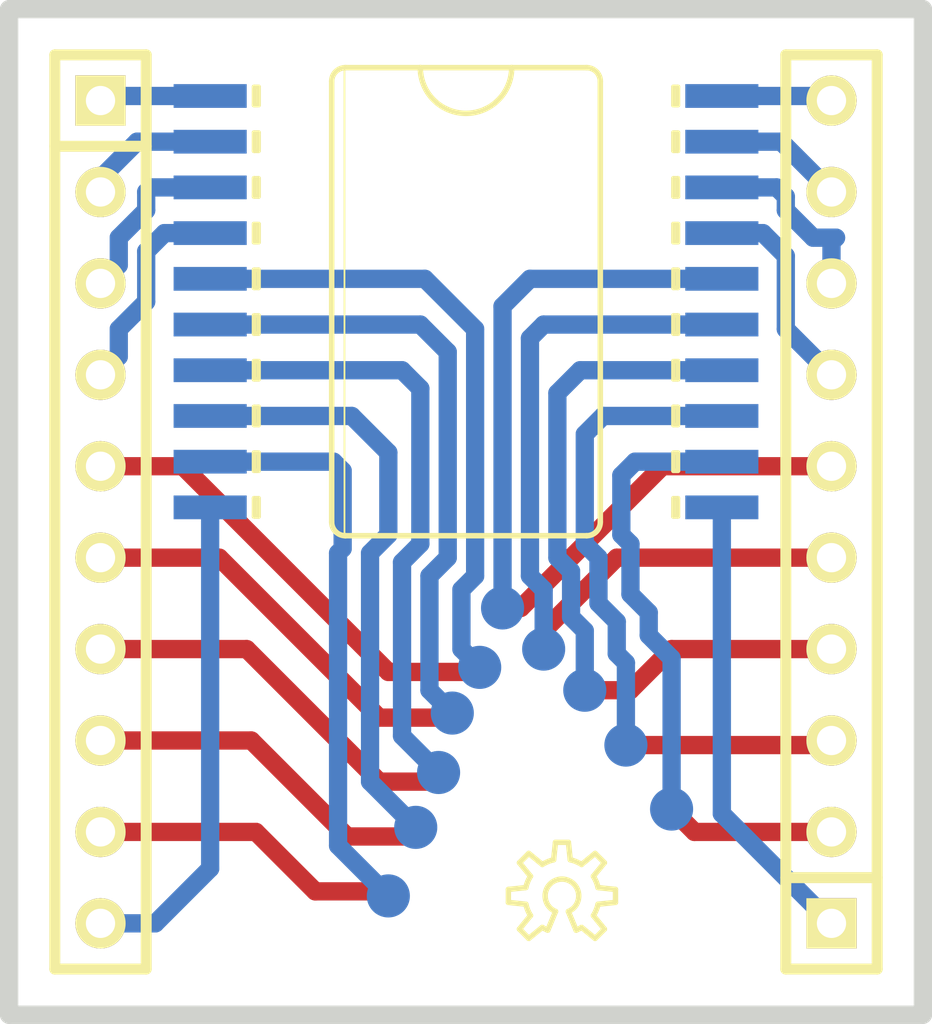
<source format=kicad_pcb>
(kicad_pcb (version 4) (host json2kicad_pcb "2021-02-10 09:33:22")

  (general
    (links 0)
    (no_connects 0)
    (area -17.78 -15.24 12.7 12.7)
    (thickness 1.6002)
    (drawings 0)
    (tracks 143)
    (zones 0)
    (modules 4)
    (nets 79)
  )

  (page A3)
  (title_block
    (date "30 dec 2015")
  )

  (layers
  (0 B.Cu signal)
  (1 Inner1.Cu signal)
  (2 Inner2.Cu signal)
  (15 F.Cu signal)
  (20 B.SilkS user)
  (21 F.SilkS user)
  (22 B.Paste user)
  (23 F.Paste user)
  (24 Dwgs.User user)
  (25 Cmts.User user)
  (26 Eco1.User user)
  (27 Eco2.User user)
  (28 Edge.Cuts user)
  (31 B.Cu signal)
  (32 B.Adhes user)
  (33 F.Adhes user)
  (34 B.Paste user)
  (35 F.Paste user)
  (36 B.SilkS user)
  (37 F.SilkS user)
  (38 B.Mask user)
  (39 F.Mask user)
  (40 Dwgs.User user)
  (41 Cmts.User user)
  (42 Eco1.User user)
  (43 Eco2.User user)
  (44 Edge.Cuts user)
  )

  (setup
(last_trace_width 0.254)
    (trace_clearance 0.254)
    (zone_clearance 0.508)
    (zone_45_only no)
    (trace_min 0.254)
    (segment_width 0.2)
    (edge_width 0.1)
    (via_size 1.19888)
    (via_drill 0.635)
    (via_min_size 0.889)
    (via_min_drill 0.508)
    (uvia_size 0.508)
    (uvia_drill 0.127)
    (uvias_allowed no)
    (uvia_min_size 0.508)
    (uvia_min_drill 0.127)
    (pcb_text_width 0.3)
    (pcb_text_size 1.5 1.5)
    (mod_edge_width 0.15)
    (mod_text_size 1 1)
    (mod_text_width 0.15)
    (pad_size 1.5 1.5)
    (pad_drill 0.6)
    (pad_to_mask_clearance 0)
    (aux_axis_origin 0 0)
    (visible_elements 7FFFFFFF)
    (pcbplotparams
      (layerselection 0x00030_80000001)
      (usegerberextensions true)
      (excludeedgelayer true)
      (linewidth 0.150000)
      (plotframeref false)
      (viasonmask false)
      (mode 1)
      (useauxorigin false)
      (hpglpennumber 1)
      (hpglpenspeed 20)
      (hpglpendiameter 15)
      (hpglpenoverlay 2)
      (psnegative false)
      (psa4output false)
      (plotreference true)
      (plotvalue true)
      (plotinvisibletext false)
      (padsonsilk false)
      (subtractmaskfromsilk false)
      (outputformat 1)
      (mirror false)
      (drillshape 1)
      (scaleselection 1)
      (outputdirectory ""))
  )

  (net 0 "")
  (net 1 "N-00001")
  (net 2 "N-00002")
  (net 3 "N-00003")
  (net 4 "N-00004")
  (net 5 "N-00005")
  (net 6 "N-00006")
  (net 7 "N-00007")
  (net 8 "N-00008")
  (net 9 "N-00009")
  (net 10 "N-00010")
  (net 11 "N-00011")
  (net 12 "N-00012")
  (net 13 "N-00013")
  (net 14 "N-00014")
  (net 15 "N-00015")
  (net 16 "N-00016")
  (net 17 "N-00017")
  (net 18 "N-00018")
  (net 19 "N-00019")
  (net 20 "N-00020")
  (net 21 "N-00021")
  (net 22 "N-00022")
  (net 23 "N-00023")
  (net 24 "N-00024")
  (net 25 "N-00025")
  (net 26 "N-00026")
  (net 27 "N-00027")
  (net 38 "N-00038")
  (net 36 "N-00036")
  (net 37 "N-00037")
  (net 40 "N-00040")
  (net 39 "N-00039")
  (net 41 "N-00041")
  (net 42 "N-00042")
  (net 43 "N-00043")
  (net 44 "N-00044")
  (net 45 "N-00045")
  (net 46 "N-00046")
  (net 47 "N-00047")
  (net 48 "N-00048")
  (net 49 "N-00049")
  (net 50 "N-00050")
  (net 51 "N-00051")
  (net 52 "N-00052")
  (net 53 "N-00053")
  (net 54 "N-00054")
  (net 55 "N-00055")
  (net 56 "N-00056")
  (net 57 "N-00057")
  (net 58 "N-00058")
  (net 79 "N-00079")
  (net 78 "N-00078")
  (net 77 "N-00077")
  (net 76 "N-00076")
  (net 85 "N-00085")
  (net 84 "N-00084")
  (net 65 "N-00065")
  (net 66 "N-00066")
  (net 67 "N-00067")
  (net 68 "N-00068")
  (net 69 "N-00069")
  (net 70 "N-00070")
  (net 71 "N-00071")
  (net 72 "N-00072")
  (net 73 "N-00073")
  (net 74 "N-00074")
  (net 75 "N-00075")
  (net 86 "N-00086")
  (net 87 "N-00087")
  (net 88 "N-00088")
  (net 89 "N-00089")
  (net 90 "N-00090")
  (net 91 "N-00091")
  (net 92 "N-00092")
  (net 93 "N-00093")
  (net 94 "N-00094")
  (net 103 "N-00103")
  (net 104 "N-00104")

  (net_class Default "This is the default net class."
    (via_dia 1.19888)
    (via_drill 0.635)
    (uvia_drill 0.127)
    (trace_width 0.254)
    (uvia_dia 0.508)
    (clearance 0.254)
    (add_net "")
    (add_net "N-00001")
    (add_net "N-00002")
    (add_net "N-00003")
    (add_net "N-00004")
    (add_net "N-00005")
    (add_net "N-00006")
    (add_net "N-00007")
    (add_net "N-00008")
    (add_net "N-00009")
    (add_net "N-00010")
    (add_net "N-00011")
    (add_net "N-00012")
    (add_net "N-00013")
    (add_net "N-00014")
    (add_net "N-00015")
    (add_net "N-00016")
    (add_net "N-00017")
    (add_net "N-00018")
    (add_net "N-00019")
    (add_net "N-00020")
    (add_net "N-00021")
    (add_net "N-00022")
    (add_net "N-00023")
    (add_net "N-00024")
    (add_net "N-00025")
    (add_net "N-00026")
    (add_net "N-00027")
    (add_net "N-00024")
    (add_net "N-00025")
    (add_net "N-00026")
    (add_net "N-00027")
    (add_net "N-00020")
    (add_net "N-00021")
    (add_net "N-00022")
    (add_net "N-00023")
    (add_net "N-00040")
    (add_net "N-00041")
    (add_net "N-00042")
    (add_net "N-00043")
    (add_net "N-00044")
    (add_net "N-00045")
    (add_net "N-00046")
    (add_net "N-00047")
    (add_net "N-00048")
    (add_net "")
    (add_net "N-00050")
    (add_net "N-00051")
    (add_net "N-00052")
    (add_net "N-00004")
    (add_net "N-00054")
    (add_net "N-00055")
    (add_net "N-00056")
    (add_net "N-00008")
    (add_net "N-00058")
    (add_net "N-00065")
    (add_net "N-00066")
    (add_net "N-00067")
    (add_net "N-00068")
    (add_net "N-00069")
    (add_net "N-00070")
    (add_net "N-00071")
    (add_net "N-00072")
    (add_net "N-00073")
    (add_net "N-00074")
    (add_net "N-00075")
    (add_net "N-00076")
    (add_net "N-00077")
    (add_net "N-00078")
    (add_net "N-00079")
    (add_net "N-00084")
    (add_net "N-00085")
    (add_net "N-00086")
    (add_net "N-00087")
    (add_net "N-00088")
    (add_net "N-00089")
    (add_net "N-00090")
    (add_net "N-00091")
    (add_net "N-00092")
    (add_net "N-00093")
    (add_net "N-00094")
    (add_net "N-00058")
    (add_net "N-00103")
    (add_net "N-00055")
    (add_net "N-00054")
    (add_net "N-00057")
    (add_net "N-00056")
    (add_net "N-00051")
    (add_net "N-00050")
    (add_net "N-00053")
    (add_net "N-00052")
    (add_net "N-00104")
    (add_net "N-00088")
    (add_net "N-00089")
    (add_net "N-00086")
    (add_net "N-00087")
    (add_net "N-00084")
    (add_net "N-00085")
    (add_net "N-00003")
    (add_net "N-00007")
    (add_net "N-00036")
    (add_net "N-00104")
    (add_net "N-00037")
    (add_net "N-00039")
    (add_net "N-00038")
    (add_net "N-00038")
    (add_net "N-00039")
    (add_net "N-00037")
    (add_net "N-00036")
    (add_net "N-00065")
    (add_net "N-00066")
    (add_net "N-00067")
    (add_net "N-00068")
    (add_net "N-00069")
    (add_net "N-00049")
    (add_net "N-00002")
    (add_net "N-00006")
    (add_net "N-00053")
    (add_net "N-00057")
    (add_net "N-00091")
    (add_net "N-00090")
    (add_net "N-00093")
    (add_net "N-00092")
    (add_net "N-00094")
    (add_net "N-00011")
    (add_net "N-00010")
    (add_net "N-00013")
    (add_net "N-00012")
    (add_net "N-00015")
    (add_net "N-00014")
    (add_net "N-00017")
    (add_net "N-00016")
    (add_net "N-00019")
    (add_net "N-00018")
    (add_net "N-00103")
    (add_net "N-00048")
    (add_net "N-00049")
    (add_net "N-00046")
    (add_net "N-00047")
    (add_net "N-00044")
    (add_net "N-00045")
    (add_net "N-00042")
    (add_net "N-00043")
    (add_net "N-00040")
    (add_net "N-00041")
    (add_net "N-00001")
    (add_net "N-00005")
    (add_net "N-00009")
    (add_net "N-00077")
    (add_net "N-00076")
    (add_net "N-00075")
    (add_net "N-00074")
    (add_net "N-00073")
    (add_net "N-00072")
    (add_net "N-00071")
    (add_net "N-00070")
    (add_net "N-00079")
    (add_net "N-00078")
  )
  (module "powerSO20"
    (layer "F.Cu")
    (tedit 0)
    (tstamp 0)
    (at -5.08 -7.112 -90.00)
    (fp_text reference ">NAME"
      (at -0.254 0.0 0.00)
      (layer Eco1.User)
      (effects (font (size 1.27 0.0)
        (thickness 0.0)))
    )
    (fp_text value ">VALUE"
      (at 2.413 0.0 0.00)
      (layer Eco1.User)
      (effects (font (size 1.27 0.0)
        (thickness 0.0)))
    )
    (fp_line (start 6.1214 -3.7338) (end -6.1214 -3.7338) (layer F.SilkS) (width 0.1524))
    (fp_arc (start 6.1214 3.3528) (end 6.1214 3.7338) (angle -90.00) (layer F.SilkS) (width 0.1524))
    (fp_arc (start -6.1214 -3.3528) (end -6.5024 -3.3528) (angle 90.00) (layer F.SilkS) (width 0.1524))
    (fp_arc (start 6.1214 -3.3528) (end 6.1214 -3.7338) (angle 90.00) (layer F.SilkS) (width 0.1524))
    (fp_arc (start -6.1214 3.3528) (end -6.5024 3.3528) (angle -90.00) (layer F.SilkS) (width 0.1524))
    (fp_line (start -6.1214 3.7338) (end 6.1214 3.7338) (layer F.SilkS) (width 0.1524))
    (fp_line (start 6.5024 3.3528) (end 6.5024 -3.3528) (layer F.SilkS) (width 0.1524))
    (fp_line (start -6.5024 -3.3528) (end -6.5024 -1.27) (layer F.SilkS) (width 0.1524))
    (fp_line (start -6.5024 -1.27) (end -6.5024 1.27) (layer F.SilkS) (width 0.1524))
    (fp_line (start -6.5024 1.27) (end -6.5024 3.3528) (layer F.SilkS) (width 0.1524))
    (fp_line (start -6.477 3.3782) (end 6.477 3.3782) (layer F.SilkS) (width 0.0508))
    (fp_arc (start -6.5024 0.0) (end -6.5024 -1.27) (angle 180.00) (layer F.SilkS) (width 0.1524))
    (fp_line (start -5.969 5.8928) (end -5.461 5.8928) (layer F.SilkS) (width 0.127))
    (fp_line (start -5.461 5.8928) (end -5.461 5.7658) (layer F.SilkS) (width 0.127))
    (fp_line (start -5.461 5.7658) (end -5.969 5.7658) (layer F.SilkS) (width 0.127))
    (fp_line (start -5.969 5.7658) (end -5.969 5.8928) (layer F.SilkS) (width 0.127))
    (fp_line (start -5.969 7.366) (end -5.461 7.366) (layer Cmts.User) (width 0.127))
    (fp_line (start -5.461 7.366) (end -5.461 5.8928) (layer Cmts.User) (width 0.127))
    (fp_line (start -5.461 5.8928) (end -5.969 5.8928) (layer Cmts.User) (width 0.127))
    (fp_line (start -5.969 5.8928) (end -5.969 7.366) (layer Cmts.User) (width 0.127))
    (fp_line (start -4.699 5.8928) (end -4.191 5.8928) (layer F.SilkS) (width 0.127))
    (fp_line (start -4.191 5.8928) (end -4.191 5.7658) (layer F.SilkS) (width 0.127))
    (fp_line (start -4.191 5.7658) (end -4.699 5.7658) (layer F.SilkS) (width 0.127))
    (fp_line (start -4.699 5.7658) (end -4.699 5.8928) (layer F.SilkS) (width 0.127))
    (fp_line (start -4.699 7.366) (end -4.191 7.366) (layer Cmts.User) (width 0.127))
    (fp_line (start -4.191 7.366) (end -4.191 5.8928) (layer Cmts.User) (width 0.127))
    (fp_line (start -4.191 5.8928) (end -4.699 5.8928) (layer Cmts.User) (width 0.127))
    (fp_line (start -4.699 5.8928) (end -4.699 7.366) (layer Cmts.User) (width 0.127))
    (fp_line (start -3.429 5.8928) (end -2.921 5.8928) (layer F.SilkS) (width 0.127))
    (fp_line (start -2.921 5.8928) (end -2.921 5.7658) (layer F.SilkS) (width 0.127))
    (fp_line (start -2.921 5.7658) (end -3.429 5.7658) (layer F.SilkS) (width 0.127))
    (fp_line (start -3.429 5.7658) (end -3.429 5.8928) (layer F.SilkS) (width 0.127))
    (fp_line (start -3.429 7.366) (end -2.921 7.366) (layer Cmts.User) (width 0.127))
    (fp_line (start -2.921 7.366) (end -2.921 5.8928) (layer Cmts.User) (width 0.127))
    (fp_line (start -2.921 5.8928) (end -3.429 5.8928) (layer Cmts.User) (width 0.127))
    (fp_line (start -3.429 5.8928) (end -3.429 7.366) (layer Cmts.User) (width 0.127))
    (fp_line (start -2.159 5.8928) (end -1.651 5.8928) (layer F.SilkS) (width 0.127))
    (fp_line (start -1.651 5.8928) (end -1.651 5.7658) (layer F.SilkS) (width 0.127))
    (fp_line (start -1.651 5.7658) (end -2.159 5.7658) (layer F.SilkS) (width 0.127))
    (fp_line (start -2.159 5.7658) (end -2.159 5.8928) (layer F.SilkS) (width 0.127))
    (fp_line (start -2.159 7.366) (end -1.651 7.366) (layer Cmts.User) (width 0.127))
    (fp_line (start -1.651 7.366) (end -1.651 5.8928) (layer Cmts.User) (width 0.127))
    (fp_line (start -1.651 5.8928) (end -2.159 5.8928) (layer Cmts.User) (width 0.127))
    (fp_line (start -2.159 5.8928) (end -2.159 7.366) (layer Cmts.User) (width 0.127))
    (fp_line (start -0.889 7.366) (end -0.381 7.366) (layer Cmts.User) (width 0.127))
    (fp_line (start -0.381 7.366) (end -0.381 5.8928) (layer Cmts.User) (width 0.127))
    (fp_line (start -0.381 5.8928) (end -0.889 5.8928) (layer Cmts.User) (width 0.127))
    (fp_line (start -0.889 5.8928) (end -0.889 7.366) (layer Cmts.User) (width 0.127))
    (fp_line (start -0.889 5.8928) (end -0.381 5.8928) (layer F.SilkS) (width 0.127))
    (fp_line (start -0.381 5.8928) (end -0.381 5.7658) (layer F.SilkS) (width 0.127))
    (fp_line (start -0.381 5.7658) (end -0.889 5.7658) (layer F.SilkS) (width 0.127))
    (fp_line (start -0.889 5.7658) (end -0.889 5.8928) (layer F.SilkS) (width 0.127))
    (fp_line (start 0.381 5.8928) (end 0.889 5.8928) (layer F.SilkS) (width 0.127))
    (fp_line (start 0.889 5.8928) (end 0.889 5.7658) (layer F.SilkS) (width 0.127))
    (fp_line (start 0.889 5.7658) (end 0.381 5.7658) (layer F.SilkS) (width 0.127))
    (fp_line (start 0.381 5.7658) (end 0.381 5.8928) (layer F.SilkS) (width 0.127))
    (fp_line (start 0.381 7.366) (end 0.889 7.366) (layer Cmts.User) (width 0.127))
    (fp_line (start 0.889 7.366) (end 0.889 5.8928) (layer Cmts.User) (width 0.127))
    (fp_line (start 0.889 5.8928) (end 0.381 5.8928) (layer Cmts.User) (width 0.127))
    (fp_line (start 0.381 5.8928) (end 0.381 7.366) (layer Cmts.User) (width 0.127))
    (fp_line (start 1.651 5.8928) (end 2.159 5.8928) (layer F.SilkS) (width 0.127))
    (fp_line (start 2.159 5.8928) (end 2.159 5.7658) (layer F.SilkS) (width 0.127))
    (fp_line (start 2.159 5.7658) (end 1.651 5.7658) (layer F.SilkS) (width 0.127))
    (fp_line (start 1.651 5.7658) (end 1.651 5.8928) (layer F.SilkS) (width 0.127))
    (fp_line (start 1.651 7.366) (end 2.159 7.366) (layer Cmts.User) (width 0.127))
    (fp_line (start 2.159 7.366) (end 2.159 5.8928) (layer Cmts.User) (width 0.127))
    (fp_line (start 2.159 5.8928) (end 1.651 5.8928) (layer Cmts.User) (width 0.127))
    (fp_line (start 1.651 5.8928) (end 1.651 7.366) (layer Cmts.User) (width 0.127))
    (fp_line (start 2.921 5.8928) (end 3.429 5.8928) (layer F.SilkS) (width 0.127))
    (fp_line (start 3.429 5.8928) (end 3.429 5.7658) (layer F.SilkS) (width 0.127))
    (fp_line (start 3.429 5.7658) (end 2.921 5.7658) (layer F.SilkS) (width 0.127))
    (fp_line (start 2.921 5.7658) (end 2.921 5.8928) (layer F.SilkS) (width 0.127))
    (fp_line (start 2.921 7.366) (end 3.429 7.366) (layer Cmts.User) (width 0.127))
    (fp_line (start 3.429 7.366) (end 3.429 5.8928) (layer Cmts.User) (width 0.127))
    (fp_line (start 3.429 5.8928) (end 2.921 5.8928) (layer Cmts.User) (width 0.127))
    (fp_line (start 2.921 5.8928) (end 2.921 7.366) (layer Cmts.User) (width 0.127))
    (fp_line (start -5.969 -5.8928) (end -5.461 -5.8928) (layer Cmts.User) (width 0.127))
    (fp_line (start -5.461 -5.8928) (end -5.461 -7.366) (layer Cmts.User) (width 0.127))
    (fp_line (start -5.461 -7.366) (end -5.969 -7.366) (layer Cmts.User) (width 0.127))
    (fp_line (start -5.969 -7.366) (end -5.969 -5.8928) (layer Cmts.User) (width 0.127))
    (fp_line (start -5.969 -5.7658) (end -5.461 -5.7658) (layer F.SilkS) (width 0.127))
    (fp_line (start -5.461 -5.7658) (end -5.461 -5.8928) (layer F.SilkS) (width 0.127))
    (fp_line (start -5.461 -5.8928) (end -5.969 -5.8928) (layer F.SilkS) (width 0.127))
    (fp_line (start -5.969 -5.8928) (end -5.969 -5.7658) (layer F.SilkS) (width 0.127))
    (fp_line (start -4.699 -5.7658) (end -4.191 -5.7658) (layer F.SilkS) (width 0.127))
    (fp_line (start -4.191 -5.7658) (end -4.191 -5.8928) (layer F.SilkS) (width 0.127))
    (fp_line (start -4.191 -5.8928) (end -4.699 -5.8928) (layer F.SilkS) (width 0.127))
    (fp_line (start -4.699 -5.8928) (end -4.699 -5.7658) (layer F.SilkS) (width 0.127))
    (fp_line (start -4.699 -5.8928) (end -4.191 -5.8928) (layer Cmts.User) (width 0.127))
    (fp_line (start -4.191 -5.8928) (end -4.191 -7.366) (layer Cmts.User) (width 0.127))
    (fp_line (start -4.191 -7.366) (end -4.699 -7.366) (layer Cmts.User) (width 0.127))
    (fp_line (start -4.699 -7.366) (end -4.699 -5.8928) (layer Cmts.User) (width 0.127))
    (fp_line (start -3.429 -5.7658) (end -2.921 -5.7658) (layer F.SilkS) (width 0.127))
    (fp_line (start -2.921 -5.7658) (end -2.921 -5.8928) (layer F.SilkS) (width 0.127))
    (fp_line (start -2.921 -5.8928) (end -3.429 -5.8928) (layer F.SilkS) (width 0.127))
    (fp_line (start -3.429 -5.8928) (end -3.429 -5.7658) (layer F.SilkS) (width 0.127))
    (fp_line (start -3.429 -5.8928) (end -2.921 -5.8928) (layer Cmts.User) (width 0.127))
    (fp_line (start -2.921 -5.8928) (end -2.921 -7.366) (layer Cmts.User) (width 0.127))
    (fp_line (start -2.921 -7.366) (end -3.429 -7.366) (layer Cmts.User) (width 0.127))
    (fp_line (start -3.429 -7.366) (end -3.429 -5.8928) (layer Cmts.User) (width 0.127))
    (fp_line (start -2.159 -5.7658) (end -1.651 -5.7658) (layer F.SilkS) (width 0.127))
    (fp_line (start -1.651 -5.7658) (end -1.651 -5.8928) (layer F.SilkS) (width 0.127))
    (fp_line (start -1.651 -5.8928) (end -2.159 -5.8928) (layer F.SilkS) (width 0.127))
    (fp_line (start -2.159 -5.8928) (end -2.159 -5.7658) (layer F.SilkS) (width 0.127))
    (fp_line (start -2.159 -5.8928) (end -1.651 -5.8928) (layer Cmts.User) (width 0.127))
    (fp_line (start -1.651 -5.8928) (end -1.651 -7.366) (layer Cmts.User) (width 0.127))
    (fp_line (start -1.651 -7.366) (end -2.159 -7.366) (layer Cmts.User) (width 0.127))
    (fp_line (start -2.159 -7.366) (end -2.159 -5.8928) (layer Cmts.User) (width 0.127))
    (fp_line (start -0.889 -5.7658) (end -0.381 -5.7658) (layer F.SilkS) (width 0.127))
    (fp_line (start -0.381 -5.7658) (end -0.381 -5.8928) (layer F.SilkS) (width 0.127))
    (fp_line (start -0.381 -5.8928) (end -0.889 -5.8928) (layer F.SilkS) (width 0.127))
    (fp_line (start -0.889 -5.8928) (end -0.889 -5.7658) (layer F.SilkS) (width 0.127))
    (fp_line (start -0.889 -5.8928) (end -0.381 -5.8928) (layer Cmts.User) (width 0.127))
    (fp_line (start -0.381 -5.8928) (end -0.381 -7.366) (layer Cmts.User) (width 0.127))
    (fp_line (start -0.381 -7.366) (end -0.889 -7.366) (layer Cmts.User) (width 0.127))
    (fp_line (start -0.889 -7.366) (end -0.889 -5.8928) (layer Cmts.User) (width 0.127))
    (fp_line (start 0.381 -5.7658) (end 0.889 -5.7658) (layer F.SilkS) (width 0.127))
    (fp_line (start 0.889 -5.7658) (end 0.889 -5.8928) (layer F.SilkS) (width 0.127))
    (fp_line (start 0.889 -5.8928) (end 0.381 -5.8928) (layer F.SilkS) (width 0.127))
    (fp_line (start 0.381 -5.8928) (end 0.381 -5.7658) (layer F.SilkS) (width 0.127))
    (fp_line (start 0.381 -5.8928) (end 0.889 -5.8928) (layer Cmts.User) (width 0.127))
    (fp_line (start 0.889 -5.8928) (end 0.889 -7.366) (layer Cmts.User) (width 0.127))
    (fp_line (start 0.889 -7.366) (end 0.381 -7.366) (layer Cmts.User) (width 0.127))
    (fp_line (start 0.381 -7.366) (end 0.381 -5.8928) (layer Cmts.User) (width 0.127))
    (fp_line (start 1.651 -5.7658) (end 2.159 -5.7658) (layer F.SilkS) (width 0.127))
    (fp_line (start 2.159 -5.7658) (end 2.159 -5.8928) (layer F.SilkS) (width 0.127))
    (fp_line (start 2.159 -5.8928) (end 1.651 -5.8928) (layer F.SilkS) (width 0.127))
    (fp_line (start 1.651 -5.8928) (end 1.651 -5.7658) (layer F.SilkS) (width 0.127))
    (fp_line (start 1.651 -5.8928) (end 2.159 -5.8928) (layer Cmts.User) (width 0.127))
    (fp_line (start 2.159 -5.8928) (end 2.159 -7.366) (layer Cmts.User) (width 0.127))
    (fp_line (start 2.159 -7.366) (end 1.651 -7.366) (layer Cmts.User) (width 0.127))
    (fp_line (start 1.651 -7.366) (end 1.651 -5.8928) (layer Cmts.User) (width 0.127))
    (fp_line (start 2.921 -5.7658) (end 3.429 -5.7658) (layer F.SilkS) (width 0.127))
    (fp_line (start 3.429 -5.7658) (end 3.429 -5.8928) (layer F.SilkS) (width 0.127))
    (fp_line (start 3.429 -5.8928) (end 2.921 -5.8928) (layer F.SilkS) (width 0.127))
    (fp_line (start 2.921 -5.8928) (end 2.921 -5.7658) (layer F.SilkS) (width 0.127))
    (fp_line (start 2.921 -5.8928) (end 3.429 -5.8928) (layer Cmts.User) (width 0.127))
    (fp_line (start 3.429 -5.8928) (end 3.429 -7.366) (layer Cmts.User) (width 0.127))
    (fp_line (start 3.429 -7.366) (end 2.921 -7.366) (layer Cmts.User) (width 0.127))
    (fp_line (start 2.921 -7.366) (end 2.921 -5.8928) (layer Cmts.User) (width 0.127))
    (fp_line (start 4.191 -5.7658) (end 4.699 -5.7658) (layer F.SilkS) (width 0.127))
    (fp_line (start 4.699 -5.7658) (end 4.699 -5.8928) (layer F.SilkS) (width 0.127))
    (fp_line (start 4.699 -5.8928) (end 4.191 -5.8928) (layer F.SilkS) (width 0.127))
    (fp_line (start 4.191 -5.8928) (end 4.191 -5.7658) (layer F.SilkS) (width 0.127))
    (fp_line (start 5.461 -5.7658) (end 5.969 -5.7658) (layer F.SilkS) (width 0.127))
    (fp_line (start 5.969 -5.7658) (end 5.969 -5.8928) (layer F.SilkS) (width 0.127))
    (fp_line (start 5.969 -5.8928) (end 5.461 -5.8928) (layer F.SilkS) (width 0.127))
    (fp_line (start 5.461 -5.8928) (end 5.461 -5.7658) (layer F.SilkS) (width 0.127))
    (fp_line (start 4.191 -5.8928) (end 4.699 -5.8928) (layer Cmts.User) (width 0.127))
    (fp_line (start 4.699 -5.8928) (end 4.699 -7.366) (layer Cmts.User) (width 0.127))
    (fp_line (start 4.699 -7.366) (end 4.191 -7.366) (layer Cmts.User) (width 0.127))
    (fp_line (start 4.191 -7.366) (end 4.191 -5.8928) (layer Cmts.User) (width 0.127))
    (fp_line (start 5.461 -5.8928) (end 5.969 -5.8928) (layer Cmts.User) (width 0.127))
    (fp_line (start 5.969 -5.8928) (end 5.969 -7.366) (layer Cmts.User) (width 0.127))
    (fp_line (start 5.969 -7.366) (end 5.461 -7.366) (layer Cmts.User) (width 0.127))
    (fp_line (start 5.461 -7.366) (end 5.461 -5.8928) (layer Cmts.User) (width 0.127))
    (fp_line (start 4.191 5.8928) (end 4.699 5.8928) (layer F.SilkS) (width 0.127))
    (fp_line (start 4.699 5.8928) (end 4.699 5.7658) (layer F.SilkS) (width 0.127))
    (fp_line (start 4.699 5.7658) (end 4.191 5.7658) (layer F.SilkS) (width 0.127))
    (fp_line (start 4.191 5.7658) (end 4.191 5.8928) (layer F.SilkS) (width 0.127))
    (fp_line (start 5.461 5.8928) (end 5.969 5.8928) (layer F.SilkS) (width 0.127))
    (fp_line (start 5.969 5.8928) (end 5.969 5.7658) (layer F.SilkS) (width 0.127))
    (fp_line (start 5.969 5.7658) (end 5.461 5.7658) (layer F.SilkS) (width 0.127))
    (fp_line (start 5.461 5.7658) (end 5.461 5.8928) (layer F.SilkS) (width 0.127))
    (fp_line (start 4.191 7.366) (end 4.699 7.366) (layer Cmts.User) (width 0.127))
    (fp_line (start 4.699 7.366) (end 4.699 5.8928) (layer Cmts.User) (width 0.127))
    (fp_line (start 4.699 5.8928) (end 4.191 5.8928) (layer Cmts.User) (width 0.127))
    (fp_line (start 4.191 5.8928) (end 4.191 7.366) (layer Cmts.User) (width 0.127))
    (fp_line (start 5.461 7.366) (end 5.969 7.366) (layer Cmts.User) (width 0.127))
    (fp_line (start 5.969 7.366) (end 5.969 5.8928) (layer Cmts.User) (width 0.127))
    (fp_line (start 5.969 5.8928) (end 5.461 5.8928) (layer Cmts.User) (width 0.127))
    (fp_line (start 5.461 5.8928) (end 5.461 7.366) (layer Cmts.User) (width 0.127))
    (pad 1 smd rect (at -5.715 7.112 -90.00) (size 0.6604 2.032) (drill 0.0) (layers "F.Cu" "F.Paste") (net 92 N-00092))
    (pad 2 smd rect (at -4.445 7.112 -90.00) (size 0.6604 2.032) (drill 0.0) (layers "F.Cu" "F.Paste") (net 91 N-00091))
    (pad 3 smd rect (at -3.175 7.112 -90.00) (size 0.6604 2.032) (drill 0.0) (layers "F.Cu" "F.Paste") (net 90 N-00090))
    (pad 4 smd rect (at -1.905 7.112 -90.00) (size 0.6604 2.032) (drill 0.0) (layers "F.Cu" "F.Paste") (net 89 N-00089))
    (pad 5 smd rect (at -0.635 7.112 -90.00) (size 0.6604 2.032) (drill 0.0) (layers "F.Cu" "F.Paste") (net 88 N-00088))
    (pad 6 smd rect (at 0.635 7.112 -90.00) (size 0.6604 2.032) (drill 0.0) (layers "F.Cu" "F.Paste") (net 87 N-00087))
    (pad 7 smd rect (at 1.905 7.112 -90.00) (size 0.6604 2.032) (drill 0.0) (layers "F.Cu" "F.Paste") (net 93 N-00093))
    (pad 8 smd rect (at 3.175 7.112 -90.00) (size 0.6604 2.032) (drill 0.0) (layers "F.Cu" "F.Paste") (net 94 N-00094))
    (pad 13 smd rect (at 3.175 -7.112 -90.00) (size 0.6604 2.032) (drill 0.0) (layers "F.Cu" "F.Paste") (net 23 N-00023))
    (pad 14 smd rect (at 1.905 -7.112 -90.00) (size 0.6604 2.032) (drill 0.0) (layers "F.Cu" "F.Paste") (net 24 N-00024))
    (pad 15 smd rect (at 0.635 -7.112 -90.00) (size 0.6604 2.032) (drill 0.0) (layers "F.Cu" "F.Paste") (net 25 N-00025))
    (pad 16 smd rect (at -0.635 -7.112 -90.00) (size 0.6604 2.032) (drill 0.0) (layers "F.Cu" "F.Paste") (net 26 N-00026))
    (pad 17 smd rect (at -1.905 -7.112 -90.00) (size 0.6604 2.032) (drill 0.0) (layers "F.Cu" "F.Paste") (net 27 N-00027))
    (pad 18 smd rect (at -3.175 -7.112 -90.00) (size 0.6604 2.032) (drill 0.0) (layers "F.Cu" "F.Paste") (net 14 N-00014))
    (pad 19 smd rect (at -4.445 -7.112 -90.00) (size 0.6604 2.032) (drill 0.0) (layers "F.Cu" "F.Paste") (net 15 N-00015))
    (pad 20 smd rect (at -5.715 -7.112 -90.00) (size 0.6604 2.032) (drill 0.0) (layers "F.Cu" "F.Paste") (net 16 N-00016))
    (pad 9 smd rect (at 4.445 7.112 -90.00) (size 0.6604 2.032) (drill 0.0) (layers "F.Cu" "F.Paste") (net 103 N-00103))
    (pad 10 smd rect (at 5.715 7.112 -90.00) (size 0.6604 2.032) (drill 0.0) (layers "F.Cu" "F.Paste") (net 104 N-00104))
    (pad 12 smd rect (at 4.445 -7.112 -90.00) (size 0.6604 2.032) (drill 0.0) (layers "F.Cu" "F.Paste") (net 22 N-00022))
    (pad 11 smd rect (at 5.715 -7.112 -90.00) (size 0.6604 2.032) (drill 0.0) (layers "F.Cu" "F.Paste") (net 21 N-00021))
  )

  (module "SIL-10"
    (layer "F.Cu")
    (tedit 0)
    (tstamp 0)
    (at 5.08 -1.27 90.00)
    (fp_text reference "SIL-10"
      (at -2.54 0.0 0.00)
      (layer F.SilkS)
      (effects (font (size 1.08712 0.0)
        (thickness 0.0)))
    )
    (fp_text value "Val**"
      (at -2.54 0.0 0.00)
      (layer F.SilkS)
      (effects (font (size 1.016 0.0)
        (thickness 0.0)))
    )
    (fp_line (start -12.7 1.27) (end -12.7 -1.27) (layer F.SilkS) (width 0.3048))
    (fp_line (start -12.7 -1.27) (end 12.7 -1.27) (layer F.SilkS) (width 0.3048))
    (fp_line (start 12.7 -1.27) (end 12.7 1.27) (layer F.SilkS) (width 0.3048))
    (fp_line (start 12.7 1.27) (end -12.7 1.27) (layer F.SilkS) (width 0.3048))
    (fp_line (start -10.16 1.27) (end -10.16 -1.27) (layer F.SilkS) (width 0.3048))
    (pad 1 thru_hole rect (at -11.43 0.0 90.00) (size 1.397 1.397) (drill 0.8128) (layers "B.Cu" "Inner1.Cu" "Inner2.Cu" "F.Cu" "F.SilkS" "B.Paste" "F.Paste") (net 21 N-00021))
    (pad 2 thru_hole circle (at -8.89 0.0 90.00) (size 1.397 1.397) (drill 0.8128) (layers "B.Cu" "Inner1.Cu" "Inner2.Cu" "F.Cu" "F.SilkS" "B.Paste" "F.Paste") (net 22 N-00022))
    (pad 3 thru_hole circle (at -6.35 0.0 90.00) (size 1.397 1.397) (drill 0.8128) (layers "B.Cu" "Inner1.Cu" "Inner2.Cu" "F.Cu" "F.SilkS" "B.Paste" "F.Paste") (net 23 N-00023))
    (pad 4 thru_hole circle (at -3.81 0.0 90.00) (size 1.397 1.397) (drill 0.8128) (layers "B.Cu" "Inner1.Cu" "Inner2.Cu" "F.Cu" "F.SilkS" "B.Paste" "F.Paste") (net 24 N-00024))
    (pad 5 thru_hole circle (at -1.27 0.0 90.00) (size 1.397 1.397) (drill 0.8128) (layers "B.Cu" "Inner1.Cu" "Inner2.Cu" "F.Cu" "F.SilkS" "B.Paste" "F.Paste") (net 25 N-00025))
    (pad 6 thru_hole circle (at 1.27 0.0 90.00) (size 1.397 1.397) (drill 0.8128) (layers "B.Cu" "Inner1.Cu" "Inner2.Cu" "F.Cu" "F.SilkS" "B.Paste" "F.Paste") (net 26 N-00026))
    (pad 7 thru_hole circle (at 3.81 0.0 90.00) (size 1.397 1.397) (drill 0.8128) (layers "B.Cu" "Inner1.Cu" "Inner2.Cu" "F.Cu" "F.SilkS" "B.Paste" "F.Paste") (net 27 N-00027))
    (pad 8 thru_hole circle (at 6.35 0.0 90.00) (size 1.397 1.397) (drill 0.8128) (layers "B.Cu" "Inner1.Cu" "Inner2.Cu" "F.Cu" "F.SilkS" "B.Paste" "F.Paste") (net 14 N-00014))
    (pad 9 thru_hole circle (at 8.89 0.0 90.00) (size 1.397 1.397) (drill 0.8128) (layers "B.Cu" "Inner1.Cu" "Inner2.Cu" "F.Cu" "F.SilkS" "B.Paste" "F.Paste") (net 15 N-00015))
    (pad 10 thru_hole circle (at 11.43 0.0 90.00) (size 1.397 1.397) (drill 0.8128) (layers "B.Cu" "Inner1.Cu" "Inner2.Cu" "F.Cu" "F.SilkS" "B.Paste" "F.Paste") (net 16 N-00016))
  )

  (module "SIL-10"
    (layer "F.Cu")
    (tedit 0)
    (tstamp 0)
    (at -15.24 -1.27 -90.00)
    (fp_text reference "SIL-10"
      (at -2.54 0.0 0.00)
      (layer F.SilkS)
      (effects (font (size 1.08712 0.0)
        (thickness 0.0)))
    )
    (fp_text value "Val**"
      (at -2.54 0.0 0.00)
      (layer F.SilkS)
      (effects (font (size 1.016 0.0)
        (thickness 0.0)))
    )
    (fp_line (start -12.7 1.27) (end -12.7 -1.27) (layer F.SilkS) (width 0.3048))
    (fp_line (start -12.7 -1.27) (end 12.7 -1.27) (layer F.SilkS) (width 0.3048))
    (fp_line (start 12.7 -1.27) (end 12.7 1.27) (layer F.SilkS) (width 0.3048))
    (fp_line (start 12.7 1.27) (end -12.7 1.27) (layer F.SilkS) (width 0.3048))
    (fp_line (start -10.16 1.27) (end -10.16 -1.27) (layer F.SilkS) (width 0.3048))
    (pad 1 thru_hole rect (at -11.43 0.0 -90.00) (size 1.397 1.397) (drill 0.8128) (layers "B.Cu" "Inner1.Cu" "Inner2.Cu" "F.Cu" "F.SilkS" "B.Paste" "F.Paste") (net 92 N-00092))
    (pad 2 thru_hole circle (at -8.89 0.0 -90.00) (size 1.397 1.397) (drill 0.8128) (layers "B.Cu" "Inner1.Cu" "Inner2.Cu" "F.Cu" "F.SilkS" "B.Paste" "F.Paste") (net 91 N-00091))
    (pad 3 thru_hole circle (at -6.35 0.0 -90.00) (size 1.397 1.397) (drill 0.8128) (layers "B.Cu" "Inner1.Cu" "Inner2.Cu" "F.Cu" "F.SilkS" "B.Paste" "F.Paste") (net 90 N-00090))
    (pad 4 thru_hole circle (at -3.81 0.0 -90.00) (size 1.397 1.397) (drill 0.8128) (layers "B.Cu" "Inner1.Cu" "Inner2.Cu" "F.Cu" "F.SilkS" "B.Paste" "F.Paste") (net 89 N-00089))
    (pad 5 thru_hole circle (at -1.27 0.0 -90.00) (size 1.397 1.397) (drill 0.8128) (layers "B.Cu" "Inner1.Cu" "Inner2.Cu" "F.Cu" "F.SilkS" "B.Paste" "F.Paste") (net 88 N-00088))
    (pad 6 thru_hole circle (at 1.27 0.0 -90.00) (size 1.397 1.397) (drill 0.8128) (layers "B.Cu" "Inner1.Cu" "Inner2.Cu" "F.Cu" "F.SilkS" "B.Paste" "F.Paste") (net 87 N-00087))
    (pad 7 thru_hole circle (at 3.81 0.0 -90.00) (size 1.397 1.397) (drill 0.8128) (layers "B.Cu" "Inner1.Cu" "Inner2.Cu" "F.Cu" "F.SilkS" "B.Paste" "F.Paste") (net 93 N-00093))
    (pad 8 thru_hole circle (at 6.35 0.0 -90.00) (size 1.397 1.397) (drill 0.8128) (layers "B.Cu" "Inner1.Cu" "Inner2.Cu" "F.Cu" "F.SilkS" "B.Paste" "F.Paste") (net 94 N-00094))
    (pad 9 thru_hole circle (at 8.89 0.0 -90.00) (size 1.397 1.397) (drill 0.8128) (layers "B.Cu" "Inner1.Cu" "Inner2.Cu" "F.Cu" "F.SilkS" "B.Paste" "F.Paste") (net 103 N-00103))
    (pad 10 thru_hole circle (at 11.43 0.0 -90.00) (size 1.397 1.397) (drill 0.8128) (layers "B.Cu" "Inner1.Cu" "Inner2.Cu" "F.Cu" "F.SilkS" "B.Paste" "F.Paste") (net 104 N-00104))
  )

  (segment (start -13.716 10.16) (end -15.24 10.16) (width 0.508) (layer F.Cu) (net 104))
  (segment (start -12.192 8.636) (end -13.716 10.16) (width 0.508) (layer F.Cu) (net 104))
  (segment (start -12.192 -1.397) (end -12.192 8.636) (width 0.508) (layer F.Cu) (net 104))
  (segment (start -10.922 7.62) (end -15.24 7.62) (width 0.508) (layer B.Cu) (net 103))
  (segment (start -12.192 -12.827) (end -15.113 -12.827) (width 0.508) (layer F.Cu) (net 92))
  (segment (start -15.113 -12.827) (end -15.24 -12.7) (width 0.508) (layer F.Cu) (net 92))
  (segment (start 2.032 -12.827) (end 4.953 -12.827) (width 0.508) (layer F.Cu) (net 16))
  (segment (start 4.953 -12.827) (end 5.08 -12.7) (width 0.508) (layer F.Cu) (net 16))
  (segment (start 2.032 -11.557) (end 3.683 -11.557) (width 0.508) (layer F.Cu) (net 15))
  (segment (start 3.683 -11.557) (end 5.08 -10.16) (width 0.508) (layer F.Cu) (net 15))
  (segment (start 2.032 -10.287) (end 3.556 -10.287) (width 0.508) (layer F.Cu) (net 14))
  (segment (start 3.556 -10.287) (end 3.81 -10.033) (width 0.508) (layer F.Cu) (net 14))
  (segment (start 3.81 -10.033) (end 3.81 -9.652) (width 0.508) (layer F.Cu) (net 14))
  (segment (start 3.81 -9.652) (end 4.572 -8.89) (width 0.508) (layer F.Cu) (net 14))
  (segment (start 4.572 -8.89) (end 5.207 -8.89) (width 0.508) (layer F.Cu) (net 14))
  (segment (start 5.207 -8.89) (end 5.08 -8.763) (width 0.508) (layer F.Cu) (net 14))
  (segment (start 5.08 -8.763) (end 5.08 -7.62) (width 0.508) (layer F.Cu) (net 14))
  (segment (start 2.032 -9.017) (end 3.175 -9.017) (width 0.508) (layer F.Cu) (net 27))
  (segment (start 3.175 -9.017) (end 3.81 -8.382) (width 0.508) (layer F.Cu) (net 27))
  (segment (start 3.81 -8.382) (end 3.81 -6.35) (width 0.508) (layer F.Cu) (net 27))
  (segment (start 3.81 -6.35) (end 5.08 -5.08) (width 0.508) (layer F.Cu) (net 27))
  (segment (start 2.032 -7.747) (end -3.302 -7.747) (width 0.508) (layer F.Cu) (net 26))
  (segment (start -3.302 -7.747) (end -4.064 -6.985) (width 0.508) (layer F.Cu) (net 26))
  (segment (start -4.064 -6.985) (end -4.064 1.397) (width 0.508) (layer F.Cu) (net 26))
  (segment (start -4.064 1.397) (end -4.064 1.397) (width 1.19888) (layer F.Cu) (net 26))
  (segment (start -4.064 1.397) (end -3.556 1.397) (width 0.508) (layer B.Cu) (net 26))
  (segment (start -3.556 1.397) (end 0.381 -2.54) (width 0.508) (layer B.Cu) (net 26))
  (segment (start 0.381 -2.54) (end 5.08 -2.54) (width 0.508) (layer B.Cu) (net 26))
  (segment (start 2.032 -6.477) (end -2.921 -6.477) (width 0.508) (layer F.Cu) (net 25))
  (segment (start -2.921 -6.477) (end -3.302 -6.096) (width 0.508) (layer F.Cu) (net 25))
  (segment (start -3.302 -6.096) (end -3.302 0.508) (width 0.508) (layer F.Cu) (net 25))
  (segment (start -3.302 0.508) (end -2.921 0.889) (width 0.508) (layer F.Cu) (net 25))
  (segment (start -2.921 0.889) (end -2.921 2.54) (width 0.508) (layer F.Cu) (net 25))
  (segment (start -2.921 2.54) (end -2.921 2.54) (width 1.19888) (layer F.Cu) (net 25))
  (segment (start -2.921 2.54) (end -2.921 2.032) (width 0.508) (layer B.Cu) (net 25))
  (segment (start -2.921 2.032) (end -0.889 0.0) (width 0.508) (layer B.Cu) (net 25))
  (segment (start -0.889 0.0) (end 5.08 0.0) (width 0.508) (layer B.Cu) (net 25))
  (segment (start 2.032 -5.207) (end -1.905 -5.207) (width 0.508) (layer F.Cu) (net 24))
  (segment (start -1.905 -5.207) (end -2.54 -4.572) (width 0.508) (layer F.Cu) (net 24))
  (segment (start -2.54 -4.572) (end -2.54 0.0) (width 0.508) (layer F.Cu) (net 24))
  (segment (start -2.54 0.0) (end -2.159 0.381) (width 0.508) (layer F.Cu) (net 24))
  (segment (start -2.159 0.381) (end -2.159 1.651) (width 0.508) (layer F.Cu) (net 24))
  (segment (start -2.159 1.651) (end -1.778 2.032) (width 0.508) (layer F.Cu) (net 24))
  (segment (start -1.778 2.032) (end -1.778 3.683) (width 0.508) (layer F.Cu) (net 24))
  (segment (start -1.778 3.683) (end -1.778 3.683) (width 1.19888) (layer F.Cu) (net 24))
  (segment (start -1.778 3.683) (end -0.508 3.683) (width 0.508) (layer B.Cu) (net 24))
  (segment (start -0.508 3.683) (end 0.635 2.54) (width 0.508) (layer B.Cu) (net 24))
  (segment (start 0.635 2.54) (end 5.08 2.54) (width 0.508) (layer B.Cu) (net 24))
  (segment (start 2.032 -3.937) (end -1.27 -3.937) (width 0.508) (layer F.Cu) (net 23))
  (segment (start -1.27 -3.937) (end -1.778 -3.429) (width 0.508) (layer F.Cu) (net 23))
  (segment (start -1.778 -3.429) (end -1.778 -0.381) (width 0.508) (layer F.Cu) (net 23))
  (segment (start -1.778 -0.381) (end -1.397 0.0) (width 0.508) (layer F.Cu) (net 23))
  (segment (start -1.397 0.0) (end -1.397 1.27) (width 0.508) (layer F.Cu) (net 23))
  (segment (start -1.397 1.27) (end -0.889 1.778) (width 0.508) (layer F.Cu) (net 23))
  (segment (start -0.889 1.778) (end -0.889 2.667) (width 0.508) (layer F.Cu) (net 23))
  (segment (start -0.889 2.667) (end -0.635 2.921) (width 0.508) (layer F.Cu) (net 23))
  (segment (start -0.635 2.921) (end -0.635 5.207) (width 0.508) (layer F.Cu) (net 23))
  (segment (start -0.635 5.207) (end -0.635 5.207) (width 1.19888) (layer F.Cu) (net 23))
  (segment (start -0.635 5.207) (end 4.953 5.207) (width 0.508) (layer B.Cu) (net 23))
  (segment (start 4.953 5.207) (end 5.08 5.08) (width 0.508) (layer B.Cu) (net 23))
  (segment (start 2.032 -2.667) (end -0.381 -2.667) (width 0.508) (layer F.Cu) (net 22))
  (segment (start -0.381 -2.667) (end -0.762 -2.286) (width 0.508) (layer F.Cu) (net 22))
  (segment (start -0.762 -2.286) (end -0.762 -0.635) (width 0.508) (layer F.Cu) (net 22))
  (segment (start -0.762 -0.635) (end -0.508 -0.381) (width 0.508) (layer F.Cu) (net 22))
  (segment (start -0.508 -0.381) (end -0.508 1.016) (width 0.508) (layer F.Cu) (net 22))
  (segment (start -0.508 1.016) (end 0.0 1.524) (width 0.508) (layer F.Cu) (net 22))
  (segment (start 0.0 1.524) (end 0.0 2.159) (width 0.508) (layer F.Cu) (net 22))
  (segment (start 0.0 2.159) (end 0.635 2.794) (width 0.508) (layer F.Cu) (net 22))
  (segment (start 0.635 2.794) (end 0.635 6.985) (width 0.508) (layer F.Cu) (net 22))
  (segment (start 0.635 6.985) (end 0.635 6.985) (width 1.19888) (layer F.Cu) (net 22))
  (segment (start 0.635 6.985) (end 1.27 7.62) (width 0.508) (layer B.Cu) (net 22))
  (segment (start 1.27 7.62) (end 5.08 7.62) (width 0.508) (layer B.Cu) (net 22))
  (segment (start 2.032 -1.397) (end 2.032 7.112) (width 0.508) (layer F.Cu) (net 21))
  (segment (start 2.032 7.112) (end 5.08 10.16) (width 0.508) (layer F.Cu) (net 21))
  (segment (start -12.192 -11.557) (end -14.224 -11.557) (width 0.508) (layer F.Cu) (net 91))
  (segment (start -14.224 -11.557) (end -15.24 -10.541) (width 0.508) (layer F.Cu) (net 91))
  (segment (start -15.24 -10.541) (end -15.24 -10.16) (width 0.508) (layer F.Cu) (net 91))
  (segment (start -12.192 -10.287) (end -13.843 -10.287) (width 0.508) (layer F.Cu) (net 90))
  (segment (start -13.843 -10.287) (end -13.97 -10.16) (width 0.508) (layer F.Cu) (net 90))
  (segment (start -13.97 -10.16) (end -13.97 -9.652) (width 0.508) (layer F.Cu) (net 90))
  (segment (start -13.97 -9.652) (end -14.732 -8.89) (width 0.508) (layer F.Cu) (net 90))
  (segment (start -14.732 -8.89) (end -14.732 -8.128) (width 0.508) (layer F.Cu) (net 90))
  (segment (start -14.732 -8.128) (end -15.24 -7.62) (width 0.508) (layer F.Cu) (net 90))
  (segment (start -12.192 -9.017) (end -13.462 -9.017) (width 0.508) (layer F.Cu) (net 89))
  (segment (start -13.462 -9.017) (end -13.97 -8.509) (width 0.508) (layer F.Cu) (net 89))
  (segment (start -13.97 -8.509) (end -13.97 -7.112) (width 0.508) (layer F.Cu) (net 89))
  (segment (start -13.97 -7.112) (end -14.732 -6.35) (width 0.508) (layer F.Cu) (net 89))
  (segment (start -14.732 -6.35) (end -14.732 -5.588) (width 0.508) (layer F.Cu) (net 89))
  (segment (start -14.732 -5.588) (end -15.24 -5.08) (width 0.508) (layer F.Cu) (net 89))
  (segment (start -12.192 -7.747) (end -6.223 -7.747) (width 0.508) (layer F.Cu) (net 88))
  (segment (start -6.223 -7.747) (end -4.826 -6.35) (width 0.508) (layer F.Cu) (net 88))
  (segment (start -4.826 -6.35) (end -4.826 0.508) (width 0.508) (layer F.Cu) (net 88))
  (segment (start -4.826 0.508) (end -5.207 0.889) (width 0.508) (layer F.Cu) (net 88))
  (segment (start -5.207 0.889) (end -5.207 2.54) (width 0.508) (layer F.Cu) (net 88))
  (segment (start -5.207 2.54) (end -4.699 3.048) (width 0.508) (layer F.Cu) (net 88))
  (segment (start -4.699 3.048) (end -4.699 3.048) (width 1.19888) (layer F.Cu) (net 88))
  (segment (start -4.699 3.048) (end -4.826 3.175) (width 0.508) (layer B.Cu) (net 88))
  (segment (start -4.826 3.175) (end -7.239 3.175) (width 0.508) (layer B.Cu) (net 88))
  (segment (start -7.239 3.175) (end -12.954 -2.54) (width 0.508) (layer B.Cu) (net 88))
  (segment (start -12.954 -2.54) (end -15.24 -2.54) (width 0.508) (layer B.Cu) (net 88))
  (segment (start -12.192 -6.477) (end -6.35 -6.477) (width 0.508) (layer F.Cu) (net 87))
  (segment (start -6.35 -6.477) (end -5.588 -5.715) (width 0.508) (layer F.Cu) (net 87))
  (segment (start -5.588 -5.715) (end -5.588 0.0) (width 0.508) (layer F.Cu) (net 87))
  (segment (start -5.588 0.0) (end -6.096 0.508) (width 0.508) (layer F.Cu) (net 87))
  (segment (start -6.096 0.508) (end -6.096 3.683) (width 0.508) (layer F.Cu) (net 87))
  (segment (start -6.096 3.683) (end -5.461 4.318) (width 0.508) (layer F.Cu) (net 87))
  (segment (start -5.461 4.318) (end -5.461 4.318) (width 1.19888) (layer F.Cu) (net 87))
  (segment (start -5.461 4.318) (end -5.588 4.445) (width 0.508) (layer B.Cu) (net 87))
  (segment (start -5.588 4.445) (end -7.493 4.445) (width 0.508) (layer B.Cu) (net 87))
  (segment (start -7.493 4.445) (end -11.938 0.0) (width 0.508) (layer B.Cu) (net 87))
  (segment (start -11.938 0.0) (end -15.24 0.0) (width 0.508) (layer B.Cu) (net 87))
  (segment (start -12.192 -5.207) (end -6.858 -5.207) (width 0.508) (layer F.Cu) (net 93))
  (segment (start -6.858 -5.207) (end -6.35 -4.699) (width 0.508) (layer F.Cu) (net 93))
  (segment (start -6.35 -4.699) (end -6.35 -0.381) (width 0.508) (layer F.Cu) (net 93))
  (segment (start -6.35 -0.381) (end -6.858 0.127) (width 0.508) (layer F.Cu) (net 93))
  (segment (start -6.858 0.127) (end -6.858 4.953) (width 0.508) (layer F.Cu) (net 93))
  (segment (start -6.858 4.953) (end -5.842 5.969) (width 0.508) (layer F.Cu) (net 93))
  (segment (start -5.842 5.969) (end -5.842 5.969) (width 1.19888) (layer F.Cu) (net 93))
  (segment (start -5.842 5.969) (end -6.096 6.223) (width 0.508) (layer B.Cu) (net 93))
  (segment (start -6.096 6.223) (end -7.493 6.223) (width 0.508) (layer B.Cu) (net 93))
  (segment (start -7.493 6.223) (end -11.176 2.54) (width 0.508) (layer B.Cu) (net 93))
  (segment (start -11.176 2.54) (end -15.24 2.54) (width 0.508) (layer B.Cu) (net 93))
  (segment (start -12.192 -3.937) (end -8.255 -3.937) (width 0.508) (layer F.Cu) (net 94))
  (segment (start -8.255 -3.937) (end -7.239 -2.921) (width 0.508) (layer F.Cu) (net 94))
  (segment (start -7.239 -2.921) (end -7.239 -0.635) (width 0.508) (layer F.Cu) (net 94))
  (segment (start -7.239 -0.635) (end -7.747 -0.127) (width 0.508) (layer F.Cu) (net 94))
  (segment (start -7.747 -0.127) (end -7.747 6.223) (width 0.508) (layer F.Cu) (net 94))
  (segment (start -7.747 6.223) (end -6.477 7.493) (width 0.508) (layer F.Cu) (net 94))
  (segment (start -6.477 7.493) (end -6.477 7.493) (width 1.19888) (layer F.Cu) (net 94))
  (segment (start -6.477 7.493) (end -6.731 7.747) (width 0.508) (layer B.Cu) (net 94))
  (segment (start -6.731 7.747) (end -8.382 7.747) (width 0.508) (layer B.Cu) (net 94))
  (segment (start -8.382 7.747) (end -11.049 5.08) (width 0.508) (layer B.Cu) (net 94))
  (segment (start -11.049 5.08) (end -15.24 5.08) (width 0.508) (layer B.Cu) (net 94))
  (segment (start -12.192 -2.667) (end -8.763 -2.667) (width 0.508) (layer F.Cu) (net 103))
  (segment (start -8.763 -2.667) (end -8.509 -2.413) (width 0.508) (layer F.Cu) (net 103))
  (segment (start -8.509 -2.413) (end -8.509 -0.254) (width 0.508) (layer F.Cu) (net 103))
  (segment (start -8.509 -0.254) (end -8.636 -0.127) (width 0.508) (layer F.Cu) (net 103))
  (segment (start -8.636 -0.127) (end -8.636 8.001) (width 0.508) (layer F.Cu) (net 103))
  (segment (start -8.636 8.001) (end -7.239 9.398) (width 0.508) (layer F.Cu) (net 103))
  (segment (start -7.239 9.398) (end -7.239 9.398) (width 1.19888) (layer F.Cu) (net 103))
  (segment (start -7.239 9.398) (end -7.366 9.271) (width 0.508) (layer B.Cu) (net 103))
  (segment (start -7.366 9.271) (end -9.271 9.271) (width 0.508) (layer B.Cu) (net 103))
  (segment (start -9.271 9.271) (end -10.922 7.62) (width 0.508) (layer B.Cu) (net 103))
  (gr_line (start -17.78 -15.24) (end 7.62 -15.24) (angle 51566.20) (width 0.508) (layer Edge.Cuts))
  (gr_line (start 7.62 -15.24) (end 7.62 12.7) (angle 51566.20) (width 0.508) (layer Edge.Cuts))
  (gr_line (start 7.62 12.7) (end -17.78 12.7) (angle 51566.20) (width 0.508) (layer Edge.Cuts))
  (gr_line (start -17.78 12.7) (end -17.78 -15.24) (angle 51566.20) (width 0.508) (layer Edge.Cuts))
  (module "OSHW-LOGO-S"
    (layer "F.Cu")
    (tedit 0)
    (tstamp 0)
    (at -2.413 9.398 0.00)
    (fp_text reference "ref**"
      (at 0.0 0.0 0.00)
      (layer Cmts.User)
      (effects (font (size 0.0 0.0)
        (thickness 0.0)))
    )
    (fp_text value "val**"
      (at 0.0 0.0 0.00)
      (layer Eco1.User)
      (effects (font (size 0.0 0.0)
        (thickness 0.0)))
    )
    (fp_arc (start 0.0 0.0) (end 0.3937 0.9525) (angle -9.40) (layer F.SilkS) (width 0.14986))
    (fp_line (start 0.5461 0.87376) (end 0.92202 1.1811) (layer F.SilkS) (width 0.14986))
    (fp_line (start 0.92202 1.1811) (end 1.1811 0.92202) (layer F.SilkS) (width 0.14986))
    (fp_line (start 1.1811 0.92202) (end 0.87376 0.5461) (layer F.SilkS) (width 0.14986))
    (fp_arc (start 0.0 0.0) (end 0.87376 0.5461) (angle -19.00) (layer F.SilkS) (width 0.14986))
    (fp_line (start 1.0033 0.23114) (end 1.48844 0.18034) (layer F.SilkS) (width 0.14986))
    (fp_line (start 1.48844 0.18034) (end 1.48844 -0.18034) (layer F.SilkS) (width 0.14986))
    (fp_line (start 1.48844 -0.18034) (end 1.0033 -0.23114) (layer F.SilkS) (width 0.14986))
    (fp_arc (start 0.0 0.0) (end 1.0033 -0.23114) (angle -19.00) (layer F.SilkS) (width 0.14986))
    (fp_line (start 0.87376 -0.5461) (end 1.1811 -0.92202) (layer F.SilkS) (width 0.14986))
    (fp_line (start 1.1811 -0.92202) (end 0.92202 -1.1811) (layer F.SilkS) (width 0.14986))
    (fp_line (start 0.92202 -1.1811) (end 0.5461 -0.87376) (layer F.SilkS) (width 0.14986))
    (fp_arc (start 0.0 0.0) (end 0.5461 -0.87376) (angle -19.00) (layer F.SilkS) (width 0.14986))
    (fp_line (start 0.23114 -1.0033) (end 0.18034 -1.48844) (layer F.SilkS) (width 0.14986))
    (fp_line (start 0.18034 -1.48844) (end -0.18034 -1.48844) (layer F.SilkS) (width 0.14986))
    (fp_line (start -0.18034 -1.48844) (end -0.23114 -1.0033) (layer F.SilkS) (width 0.14986))
    (fp_arc (start 0.0 0.0) (end -0.23114 -1.0033) (angle -19.00) (layer F.SilkS) (width 0.14986))
    (fp_line (start -0.5461 -0.87376) (end -0.92202 -1.1811) (layer F.SilkS) (width 0.14986))
    (fp_line (start -0.92202 -1.1811) (end -1.1811 -0.92202) (layer F.SilkS) (width 0.14986))
    (fp_line (start -1.1811 -0.92202) (end -0.87376 -0.5461) (layer F.SilkS) (width 0.14986))
    (fp_arc (start 0.0 0.0) (end -0.87376 -0.5461) (angle -19.00) (layer F.SilkS) (width 0.14986))
    (fp_line (start -1.0033 -0.23114) (end -1.48844 -0.18034) (layer F.SilkS) (width 0.14986))
    (fp_line (start -1.48844 -0.18034) (end -1.48844 0.18034) (layer F.SilkS) (width 0.14986))
    (fp_line (start -1.48844 0.18034) (end -1.0033 0.23114) (layer F.SilkS) (width 0.14986))
    (fp_arc (start 0.0 0.0) (end -1.0033 0.23114) (angle -19.00) (layer F.SilkS) (width 0.14986))
    (fp_line (start -0.87376 0.5461) (end -1.1811 0.92202) (layer F.SilkS) (width 0.14986))
    (fp_line (start -1.1811 0.92202) (end -0.92202 1.1811) (layer F.SilkS) (width 0.14986))
    (fp_line (start -0.92202 1.1811) (end -0.5461 0.87376) (layer F.SilkS) (width 0.14986))
    (fp_arc (start 0.0 0.0) (end -0.5461 0.87376) (angle -9.40) (layer F.SilkS) (width 0.14986))
    (fp_line (start -0.3937 0.9525) (end -0.1778 0.4318) (layer F.SilkS) (width 0.14986))
    (fp_arc (start 0.0 0.0) (end -0.1778 0.4318) (angle 67.50) (layer F.SilkS) (width 0.14986))
    (fp_arc (start 0.0 0.0) (end -0.46736 5.7235092805e-17) (angle 247.40) (layer F.SilkS) (width 0.14986))
    (fp_line (start 0.1778 0.4318) (end 0.3937 0.9525) (layer F.SilkS) (width 0.14986))
  )

)

</source>
